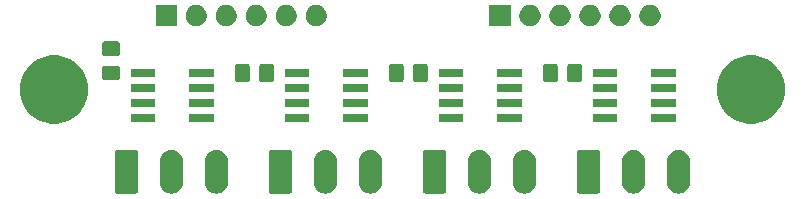
<source format=gbr>
G04 #@! TF.GenerationSoftware,KiCad,Pcbnew,(5.1.5)-3*
G04 #@! TF.CreationDate,2020-03-16T11:49:10-04:00*
G04 #@! TF.ProjectId,Step_Direction_Board,53746570-5f44-4697-9265-6374696f6e5f,rev?*
G04 #@! TF.SameCoordinates,PX7270e00PY78a3ca0*
G04 #@! TF.FileFunction,Soldermask,Bot*
G04 #@! TF.FilePolarity,Negative*
%FSLAX46Y46*%
G04 Gerber Fmt 4.6, Leading zero omitted, Abs format (unit mm)*
G04 Created by KiCad (PCBNEW (5.1.5)-3) date 2020-03-16 11:49:10*
%MOMM*%
%LPD*%
G04 APERTURE LIST*
%ADD10C,0.100000*%
G04 APERTURE END LIST*
D10*
G36*
X43017479Y5873893D02*
G01*
X43017482Y5873892D01*
X43017483Y5873892D01*
X43196747Y5819513D01*
X43196750Y5819511D01*
X43196751Y5819511D01*
X43361958Y5731207D01*
X43506767Y5612365D01*
X43625609Y5467556D01*
X43713913Y5302350D01*
X43713915Y5302346D01*
X43713915Y5302345D01*
X43768295Y5123078D01*
X43782055Y4983371D01*
X43782055Y3089935D01*
X43768295Y2950228D01*
X43768294Y2950225D01*
X43768294Y2950224D01*
X43713915Y2770960D01*
X43713913Y2770957D01*
X43713913Y2770956D01*
X43625609Y2605750D01*
X43506767Y2460941D01*
X43361958Y2342099D01*
X43214480Y2263271D01*
X43196748Y2253793D01*
X43017484Y2199414D01*
X43017483Y2199414D01*
X43017480Y2199413D01*
X42831055Y2181052D01*
X42644631Y2199413D01*
X42644628Y2199414D01*
X42644627Y2199414D01*
X42465363Y2253793D01*
X42447631Y2263271D01*
X42300153Y2342099D01*
X42155344Y2460941D01*
X42036502Y2605750D01*
X41948198Y2770956D01*
X41948198Y2770957D01*
X41948196Y2770960D01*
X41893817Y2950224D01*
X41893817Y2950225D01*
X41893816Y2950228D01*
X41880055Y3089936D01*
X41880055Y4983370D01*
X41893815Y5123077D01*
X41893816Y5123081D01*
X41948195Y5302345D01*
X41948198Y5302350D01*
X42036501Y5467556D01*
X42155343Y5612365D01*
X42300152Y5731207D01*
X42465358Y5819511D01*
X42465359Y5819511D01*
X42465362Y5819513D01*
X42644626Y5873892D01*
X42644627Y5873892D01*
X42644630Y5873893D01*
X42831055Y5892254D01*
X43017479Y5873893D01*
G37*
G36*
X16937479Y5873893D02*
G01*
X16937482Y5873892D01*
X16937483Y5873892D01*
X17116747Y5819513D01*
X17116750Y5819511D01*
X17116751Y5819511D01*
X17281958Y5731207D01*
X17426767Y5612365D01*
X17545609Y5467556D01*
X17633913Y5302350D01*
X17633915Y5302346D01*
X17633915Y5302345D01*
X17688295Y5123078D01*
X17702055Y4983371D01*
X17702055Y3089935D01*
X17688295Y2950228D01*
X17688294Y2950225D01*
X17688294Y2950224D01*
X17633915Y2770960D01*
X17633913Y2770957D01*
X17633913Y2770956D01*
X17545609Y2605750D01*
X17426767Y2460941D01*
X17281958Y2342099D01*
X17134480Y2263271D01*
X17116748Y2253793D01*
X16937484Y2199414D01*
X16937483Y2199414D01*
X16937480Y2199413D01*
X16751055Y2181052D01*
X16564631Y2199413D01*
X16564628Y2199414D01*
X16564627Y2199414D01*
X16385363Y2253793D01*
X16367631Y2263271D01*
X16220153Y2342099D01*
X16075344Y2460941D01*
X15956502Y2605750D01*
X15868198Y2770956D01*
X15868198Y2770957D01*
X15868196Y2770960D01*
X15813817Y2950224D01*
X15813817Y2950225D01*
X15813816Y2950228D01*
X15800055Y3089936D01*
X15800055Y4983370D01*
X15813815Y5123077D01*
X15813816Y5123081D01*
X15868195Y5302345D01*
X15868198Y5302350D01*
X15956501Y5467556D01*
X16075343Y5612365D01*
X16220152Y5731207D01*
X16385358Y5819511D01*
X16385359Y5819511D01*
X16385362Y5819513D01*
X16564626Y5873892D01*
X16564627Y5873892D01*
X16564630Y5873893D01*
X16751055Y5892254D01*
X16937479Y5873893D01*
G37*
G36*
X13127479Y5873893D02*
G01*
X13127482Y5873892D01*
X13127483Y5873892D01*
X13306747Y5819513D01*
X13306750Y5819511D01*
X13306751Y5819511D01*
X13471958Y5731207D01*
X13616767Y5612365D01*
X13735609Y5467556D01*
X13823913Y5302350D01*
X13823915Y5302346D01*
X13823915Y5302345D01*
X13878295Y5123078D01*
X13892055Y4983371D01*
X13892055Y3089935D01*
X13878295Y2950228D01*
X13878294Y2950225D01*
X13878294Y2950224D01*
X13823915Y2770960D01*
X13823913Y2770957D01*
X13823913Y2770956D01*
X13735609Y2605750D01*
X13616767Y2460941D01*
X13471958Y2342099D01*
X13324480Y2263271D01*
X13306748Y2253793D01*
X13127484Y2199414D01*
X13127483Y2199414D01*
X13127480Y2199413D01*
X12941055Y2181052D01*
X12754631Y2199413D01*
X12754628Y2199414D01*
X12754627Y2199414D01*
X12575363Y2253793D01*
X12557631Y2263271D01*
X12410153Y2342099D01*
X12265344Y2460941D01*
X12146502Y2605750D01*
X12058198Y2770956D01*
X12058198Y2770957D01*
X12058196Y2770960D01*
X12003817Y2950224D01*
X12003817Y2950225D01*
X12003816Y2950228D01*
X11990055Y3089936D01*
X11990055Y4983370D01*
X12003815Y5123077D01*
X12003816Y5123081D01*
X12058195Y5302345D01*
X12058198Y5302350D01*
X12146501Y5467556D01*
X12265343Y5612365D01*
X12410152Y5731207D01*
X12575358Y5819511D01*
X12575359Y5819511D01*
X12575362Y5819513D01*
X12754626Y5873892D01*
X12754627Y5873892D01*
X12754630Y5873893D01*
X12941055Y5892254D01*
X13127479Y5873893D01*
G37*
G36*
X26167479Y5873893D02*
G01*
X26167482Y5873892D01*
X26167483Y5873892D01*
X26346747Y5819513D01*
X26346750Y5819511D01*
X26346751Y5819511D01*
X26511958Y5731207D01*
X26656767Y5612365D01*
X26775609Y5467556D01*
X26863913Y5302350D01*
X26863915Y5302346D01*
X26863915Y5302345D01*
X26918295Y5123078D01*
X26932055Y4983371D01*
X26932055Y3089935D01*
X26918295Y2950228D01*
X26918294Y2950225D01*
X26918294Y2950224D01*
X26863915Y2770960D01*
X26863913Y2770957D01*
X26863913Y2770956D01*
X26775609Y2605750D01*
X26656767Y2460941D01*
X26511958Y2342099D01*
X26364480Y2263271D01*
X26346748Y2253793D01*
X26167484Y2199414D01*
X26167483Y2199414D01*
X26167480Y2199413D01*
X25981055Y2181052D01*
X25794631Y2199413D01*
X25794628Y2199414D01*
X25794627Y2199414D01*
X25615363Y2253793D01*
X25597631Y2263271D01*
X25450153Y2342099D01*
X25305344Y2460941D01*
X25186502Y2605750D01*
X25098198Y2770956D01*
X25098198Y2770957D01*
X25098196Y2770960D01*
X25043817Y2950224D01*
X25043817Y2950225D01*
X25043816Y2950228D01*
X25030055Y3089936D01*
X25030055Y4983370D01*
X25043815Y5123077D01*
X25043816Y5123081D01*
X25098195Y5302345D01*
X25098198Y5302350D01*
X25186501Y5467556D01*
X25305343Y5612365D01*
X25450152Y5731207D01*
X25615358Y5819511D01*
X25615359Y5819511D01*
X25615362Y5819513D01*
X25794626Y5873892D01*
X25794627Y5873892D01*
X25794630Y5873893D01*
X25981055Y5892254D01*
X26167479Y5873893D01*
G37*
G36*
X29977479Y5873893D02*
G01*
X29977482Y5873892D01*
X29977483Y5873892D01*
X30156747Y5819513D01*
X30156750Y5819511D01*
X30156751Y5819511D01*
X30321958Y5731207D01*
X30466767Y5612365D01*
X30585609Y5467556D01*
X30673913Y5302350D01*
X30673915Y5302346D01*
X30673915Y5302345D01*
X30728295Y5123078D01*
X30742055Y4983371D01*
X30742055Y3089935D01*
X30728295Y2950228D01*
X30728294Y2950225D01*
X30728294Y2950224D01*
X30673915Y2770960D01*
X30673913Y2770957D01*
X30673913Y2770956D01*
X30585609Y2605750D01*
X30466767Y2460941D01*
X30321958Y2342099D01*
X30174480Y2263271D01*
X30156748Y2253793D01*
X29977484Y2199414D01*
X29977483Y2199414D01*
X29977480Y2199413D01*
X29791055Y2181052D01*
X29604631Y2199413D01*
X29604628Y2199414D01*
X29604627Y2199414D01*
X29425363Y2253793D01*
X29407631Y2263271D01*
X29260153Y2342099D01*
X29115344Y2460941D01*
X28996502Y2605750D01*
X28908198Y2770956D01*
X28908198Y2770957D01*
X28908196Y2770960D01*
X28853817Y2950224D01*
X28853817Y2950225D01*
X28853816Y2950228D01*
X28840055Y3089936D01*
X28840055Y4983370D01*
X28853815Y5123077D01*
X28853816Y5123081D01*
X28908195Y5302345D01*
X28908198Y5302350D01*
X28996501Y5467556D01*
X29115343Y5612365D01*
X29260152Y5731207D01*
X29425358Y5819511D01*
X29425359Y5819511D01*
X29425362Y5819513D01*
X29604626Y5873892D01*
X29604627Y5873892D01*
X29604630Y5873893D01*
X29791055Y5892254D01*
X29977479Y5873893D01*
G37*
G36*
X56057479Y5873893D02*
G01*
X56057482Y5873892D01*
X56057483Y5873892D01*
X56236747Y5819513D01*
X56236750Y5819511D01*
X56236751Y5819511D01*
X56401958Y5731207D01*
X56546767Y5612365D01*
X56665609Y5467556D01*
X56753913Y5302350D01*
X56753915Y5302346D01*
X56753915Y5302345D01*
X56808295Y5123078D01*
X56822055Y4983371D01*
X56822055Y3089935D01*
X56808295Y2950228D01*
X56808294Y2950225D01*
X56808294Y2950224D01*
X56753915Y2770960D01*
X56753913Y2770957D01*
X56753913Y2770956D01*
X56665609Y2605750D01*
X56546767Y2460941D01*
X56401958Y2342099D01*
X56254480Y2263271D01*
X56236748Y2253793D01*
X56057484Y2199414D01*
X56057483Y2199414D01*
X56057480Y2199413D01*
X55871055Y2181052D01*
X55684631Y2199413D01*
X55684628Y2199414D01*
X55684627Y2199414D01*
X55505363Y2253793D01*
X55487631Y2263271D01*
X55340153Y2342099D01*
X55195344Y2460941D01*
X55076502Y2605750D01*
X54988198Y2770956D01*
X54988198Y2770957D01*
X54988196Y2770960D01*
X54933817Y2950224D01*
X54933817Y2950225D01*
X54933816Y2950228D01*
X54920055Y3089936D01*
X54920055Y4983370D01*
X54933815Y5123077D01*
X54933816Y5123081D01*
X54988195Y5302345D01*
X54988198Y5302350D01*
X55076501Y5467556D01*
X55195343Y5612365D01*
X55340152Y5731207D01*
X55505358Y5819511D01*
X55505359Y5819511D01*
X55505362Y5819513D01*
X55684626Y5873892D01*
X55684627Y5873892D01*
X55684630Y5873893D01*
X55871055Y5892254D01*
X56057479Y5873893D01*
G37*
G36*
X39207479Y5873893D02*
G01*
X39207482Y5873892D01*
X39207483Y5873892D01*
X39386747Y5819513D01*
X39386750Y5819511D01*
X39386751Y5819511D01*
X39551958Y5731207D01*
X39696767Y5612365D01*
X39815609Y5467556D01*
X39903913Y5302350D01*
X39903915Y5302346D01*
X39903915Y5302345D01*
X39958295Y5123078D01*
X39972055Y4983371D01*
X39972055Y3089935D01*
X39958295Y2950228D01*
X39958294Y2950225D01*
X39958294Y2950224D01*
X39903915Y2770960D01*
X39903913Y2770957D01*
X39903913Y2770956D01*
X39815609Y2605750D01*
X39696767Y2460941D01*
X39551958Y2342099D01*
X39404480Y2263271D01*
X39386748Y2253793D01*
X39207484Y2199414D01*
X39207483Y2199414D01*
X39207480Y2199413D01*
X39021055Y2181052D01*
X38834631Y2199413D01*
X38834628Y2199414D01*
X38834627Y2199414D01*
X38655363Y2253793D01*
X38637631Y2263271D01*
X38490153Y2342099D01*
X38345344Y2460941D01*
X38226502Y2605750D01*
X38138198Y2770956D01*
X38138198Y2770957D01*
X38138196Y2770960D01*
X38083817Y2950224D01*
X38083817Y2950225D01*
X38083816Y2950228D01*
X38070055Y3089936D01*
X38070055Y4983370D01*
X38083815Y5123077D01*
X38083816Y5123081D01*
X38138195Y5302345D01*
X38138198Y5302350D01*
X38226501Y5467556D01*
X38345343Y5612365D01*
X38490152Y5731207D01*
X38655358Y5819511D01*
X38655359Y5819511D01*
X38655362Y5819513D01*
X38834626Y5873892D01*
X38834627Y5873892D01*
X38834630Y5873893D01*
X39021055Y5892254D01*
X39207479Y5873893D01*
G37*
G36*
X52247479Y5873893D02*
G01*
X52247482Y5873892D01*
X52247483Y5873892D01*
X52426747Y5819513D01*
X52426750Y5819511D01*
X52426751Y5819511D01*
X52591958Y5731207D01*
X52736767Y5612365D01*
X52855609Y5467556D01*
X52943913Y5302350D01*
X52943915Y5302346D01*
X52943915Y5302345D01*
X52998295Y5123078D01*
X53012055Y4983371D01*
X53012055Y3089935D01*
X52998295Y2950228D01*
X52998294Y2950225D01*
X52998294Y2950224D01*
X52943915Y2770960D01*
X52943913Y2770957D01*
X52943913Y2770956D01*
X52855609Y2605750D01*
X52736767Y2460941D01*
X52591958Y2342099D01*
X52444480Y2263271D01*
X52426748Y2253793D01*
X52247484Y2199414D01*
X52247483Y2199414D01*
X52247480Y2199413D01*
X52061055Y2181052D01*
X51874631Y2199413D01*
X51874628Y2199414D01*
X51874627Y2199414D01*
X51695363Y2253793D01*
X51677631Y2263271D01*
X51530153Y2342099D01*
X51385344Y2460941D01*
X51266502Y2605750D01*
X51178198Y2770956D01*
X51178198Y2770957D01*
X51178196Y2770960D01*
X51123817Y2950224D01*
X51123817Y2950225D01*
X51123816Y2950228D01*
X51110055Y3089936D01*
X51110055Y4983370D01*
X51123815Y5123077D01*
X51123816Y5123081D01*
X51178195Y5302345D01*
X51178198Y5302350D01*
X51266501Y5467556D01*
X51385343Y5612365D01*
X51530152Y5731207D01*
X51695358Y5819511D01*
X51695359Y5819511D01*
X51695362Y5819513D01*
X51874626Y5873892D01*
X51874627Y5873892D01*
X51874630Y5873893D01*
X52061055Y5892254D01*
X52247479Y5873893D01*
G37*
G36*
X22981970Y5883719D02*
G01*
X23014479Y5873858D01*
X23044437Y5857844D01*
X23070696Y5836294D01*
X23092246Y5810035D01*
X23108260Y5780077D01*
X23118121Y5747568D01*
X23122055Y5707624D01*
X23122055Y2365682D01*
X23118121Y2325738D01*
X23108260Y2293229D01*
X23092246Y2263271D01*
X23070696Y2237012D01*
X23044437Y2215462D01*
X23014479Y2199448D01*
X22981970Y2189587D01*
X22942026Y2185653D01*
X21400084Y2185653D01*
X21360140Y2189587D01*
X21327631Y2199448D01*
X21297673Y2215462D01*
X21271414Y2237012D01*
X21249864Y2263271D01*
X21233850Y2293229D01*
X21223989Y2325738D01*
X21220055Y2365682D01*
X21220055Y5707624D01*
X21223989Y5747568D01*
X21233850Y5780077D01*
X21249864Y5810035D01*
X21271414Y5836294D01*
X21297673Y5857844D01*
X21327631Y5873858D01*
X21360140Y5883719D01*
X21400084Y5887653D01*
X22942026Y5887653D01*
X22981970Y5883719D01*
G37*
G36*
X9941970Y5883719D02*
G01*
X9974479Y5873858D01*
X10004437Y5857844D01*
X10030696Y5836294D01*
X10052246Y5810035D01*
X10068260Y5780077D01*
X10078121Y5747568D01*
X10082055Y5707624D01*
X10082055Y2365682D01*
X10078121Y2325738D01*
X10068260Y2293229D01*
X10052246Y2263271D01*
X10030696Y2237012D01*
X10004437Y2215462D01*
X9974479Y2199448D01*
X9941970Y2189587D01*
X9902026Y2185653D01*
X8360084Y2185653D01*
X8320140Y2189587D01*
X8287631Y2199448D01*
X8257673Y2215462D01*
X8231414Y2237012D01*
X8209864Y2263271D01*
X8193850Y2293229D01*
X8183989Y2325738D01*
X8180055Y2365682D01*
X8180055Y5707624D01*
X8183989Y5747568D01*
X8193850Y5780077D01*
X8209864Y5810035D01*
X8231414Y5836294D01*
X8257673Y5857844D01*
X8287631Y5873858D01*
X8320140Y5883719D01*
X8360084Y5887653D01*
X9902026Y5887653D01*
X9941970Y5883719D01*
G37*
G36*
X36021970Y5883719D02*
G01*
X36054479Y5873858D01*
X36084437Y5857844D01*
X36110696Y5836294D01*
X36132246Y5810035D01*
X36148260Y5780077D01*
X36158121Y5747568D01*
X36162055Y5707624D01*
X36162055Y2365682D01*
X36158121Y2325738D01*
X36148260Y2293229D01*
X36132246Y2263271D01*
X36110696Y2237012D01*
X36084437Y2215462D01*
X36054479Y2199448D01*
X36021970Y2189587D01*
X35982026Y2185653D01*
X34440084Y2185653D01*
X34400140Y2189587D01*
X34367631Y2199448D01*
X34337673Y2215462D01*
X34311414Y2237012D01*
X34289864Y2263271D01*
X34273850Y2293229D01*
X34263989Y2325738D01*
X34260055Y2365682D01*
X34260055Y5707624D01*
X34263989Y5747568D01*
X34273850Y5780077D01*
X34289864Y5810035D01*
X34311414Y5836294D01*
X34337673Y5857844D01*
X34367631Y5873858D01*
X34400140Y5883719D01*
X34440084Y5887653D01*
X35982026Y5887653D01*
X36021970Y5883719D01*
G37*
G36*
X49061970Y5883719D02*
G01*
X49094479Y5873858D01*
X49124437Y5857844D01*
X49150696Y5836294D01*
X49172246Y5810035D01*
X49188260Y5780077D01*
X49198121Y5747568D01*
X49202055Y5707624D01*
X49202055Y2365682D01*
X49198121Y2325738D01*
X49188260Y2293229D01*
X49172246Y2263271D01*
X49150696Y2237012D01*
X49124437Y2215462D01*
X49094479Y2199448D01*
X49061970Y2189587D01*
X49022026Y2185653D01*
X47480084Y2185653D01*
X47440140Y2189587D01*
X47407631Y2199448D01*
X47377673Y2215462D01*
X47351414Y2237012D01*
X47329864Y2263271D01*
X47313850Y2293229D01*
X47303989Y2325738D01*
X47300055Y2365682D01*
X47300055Y5707624D01*
X47303989Y5747568D01*
X47313850Y5780077D01*
X47329864Y5810035D01*
X47351414Y5836294D01*
X47377673Y5857844D01*
X47407631Y5873858D01*
X47440140Y5883719D01*
X47480084Y5887653D01*
X49022026Y5887653D01*
X49061970Y5883719D01*
G37*
G36*
X62846189Y13789517D02*
G01*
X62846192Y13789516D01*
X62846191Y13789516D01*
X63374139Y13570833D01*
X63849280Y13253354D01*
X64253354Y12849280D01*
X64329446Y12735400D01*
X64570834Y12374137D01*
X64789517Y11846189D01*
X64901000Y11285725D01*
X64901000Y10714275D01*
X64789517Y10153811D01*
X64789516Y10153809D01*
X64570833Y9625861D01*
X64253354Y9150720D01*
X63849280Y8746646D01*
X63374139Y8429167D01*
X63374138Y8429166D01*
X63374137Y8429166D01*
X62846189Y8210483D01*
X62285725Y8099000D01*
X61714275Y8099000D01*
X61153811Y8210483D01*
X60625863Y8429166D01*
X60625862Y8429166D01*
X60625861Y8429167D01*
X60150720Y8746646D01*
X59746646Y9150720D01*
X59429167Y9625861D01*
X59210484Y10153809D01*
X59210483Y10153811D01*
X59099000Y10714275D01*
X59099000Y11285725D01*
X59210483Y11846189D01*
X59429166Y12374137D01*
X59670554Y12735400D01*
X59746646Y12849280D01*
X60150720Y13253354D01*
X60625861Y13570833D01*
X61153809Y13789516D01*
X61153808Y13789516D01*
X61153811Y13789517D01*
X61714275Y13901000D01*
X62285725Y13901000D01*
X62846189Y13789517D01*
G37*
G36*
X3846189Y13789517D02*
G01*
X3846192Y13789516D01*
X3846191Y13789516D01*
X4374139Y13570833D01*
X4849280Y13253354D01*
X5253354Y12849280D01*
X5329446Y12735400D01*
X5570834Y12374137D01*
X5789517Y11846189D01*
X5901000Y11285725D01*
X5901000Y10714275D01*
X5789517Y10153811D01*
X5789516Y10153809D01*
X5570833Y9625861D01*
X5253354Y9150720D01*
X4849280Y8746646D01*
X4374139Y8429167D01*
X4374138Y8429166D01*
X4374137Y8429166D01*
X3846189Y8210483D01*
X3285725Y8099000D01*
X2714275Y8099000D01*
X2153811Y8210483D01*
X1625863Y8429166D01*
X1625862Y8429166D01*
X1625861Y8429167D01*
X1150720Y8746646D01*
X746646Y9150720D01*
X429167Y9625861D01*
X210484Y10153809D01*
X210483Y10153811D01*
X99000Y10714275D01*
X99000Y11285725D01*
X210483Y11846189D01*
X429166Y12374137D01*
X670554Y12735400D01*
X746646Y12849280D01*
X1150720Y13253354D01*
X1625861Y13570833D01*
X2153809Y13789516D01*
X2153808Y13789516D01*
X2153811Y13789517D01*
X2714275Y13901000D01*
X3285725Y13901000D01*
X3846189Y13789517D01*
G37*
G36*
X24617800Y8264600D02*
G01*
X22534600Y8264600D01*
X22534600Y8925400D01*
X24617800Y8925400D01*
X24617800Y8264600D01*
G37*
G36*
X50697800Y8264600D02*
G01*
X48614600Y8264600D01*
X48614600Y8925400D01*
X50697800Y8925400D01*
X50697800Y8264600D01*
G37*
G36*
X29545400Y8264600D02*
G01*
X27462200Y8264600D01*
X27462200Y8925400D01*
X29545400Y8925400D01*
X29545400Y8264600D01*
G37*
G36*
X16505400Y8264600D02*
G01*
X14422200Y8264600D01*
X14422200Y8925400D01*
X16505400Y8925400D01*
X16505400Y8264600D01*
G37*
G36*
X11577800Y8264600D02*
G01*
X9494600Y8264600D01*
X9494600Y8925400D01*
X11577800Y8925400D01*
X11577800Y8264600D01*
G37*
G36*
X42585400Y8264600D02*
G01*
X40502200Y8264600D01*
X40502200Y8925400D01*
X42585400Y8925400D01*
X42585400Y8264600D01*
G37*
G36*
X37657800Y8264600D02*
G01*
X35574600Y8264600D01*
X35574600Y8925400D01*
X37657800Y8925400D01*
X37657800Y8264600D01*
G37*
G36*
X55625400Y8264600D02*
G01*
X53542200Y8264600D01*
X53542200Y8925400D01*
X55625400Y8925400D01*
X55625400Y8264600D01*
G37*
G36*
X37657800Y9534600D02*
G01*
X35574600Y9534600D01*
X35574600Y10195400D01*
X37657800Y10195400D01*
X37657800Y9534600D01*
G37*
G36*
X16505400Y9534600D02*
G01*
X14422200Y9534600D01*
X14422200Y10195400D01*
X16505400Y10195400D01*
X16505400Y9534600D01*
G37*
G36*
X42585400Y9534600D02*
G01*
X40502200Y9534600D01*
X40502200Y10195400D01*
X42585400Y10195400D01*
X42585400Y9534600D01*
G37*
G36*
X50697800Y9534600D02*
G01*
X48614600Y9534600D01*
X48614600Y10195400D01*
X50697800Y10195400D01*
X50697800Y9534600D01*
G37*
G36*
X55625400Y9534600D02*
G01*
X53542200Y9534600D01*
X53542200Y10195400D01*
X55625400Y10195400D01*
X55625400Y9534600D01*
G37*
G36*
X11577800Y9534600D02*
G01*
X9494600Y9534600D01*
X9494600Y10195400D01*
X11577800Y10195400D01*
X11577800Y9534600D01*
G37*
G36*
X29545400Y9534600D02*
G01*
X27462200Y9534600D01*
X27462200Y10195400D01*
X29545400Y10195400D01*
X29545400Y9534600D01*
G37*
G36*
X24617800Y9534600D02*
G01*
X22534600Y9534600D01*
X22534600Y10195400D01*
X24617800Y10195400D01*
X24617800Y9534600D01*
G37*
G36*
X29545400Y10804600D02*
G01*
X27462200Y10804600D01*
X27462200Y11465400D01*
X29545400Y11465400D01*
X29545400Y10804600D01*
G37*
G36*
X16505400Y10804600D02*
G01*
X14422200Y10804600D01*
X14422200Y11465400D01*
X16505400Y11465400D01*
X16505400Y10804600D01*
G37*
G36*
X24617800Y10804600D02*
G01*
X22534600Y10804600D01*
X22534600Y11465400D01*
X24617800Y11465400D01*
X24617800Y10804600D01*
G37*
G36*
X11577800Y10804600D02*
G01*
X9494600Y10804600D01*
X9494600Y11465400D01*
X11577800Y11465400D01*
X11577800Y10804600D01*
G37*
G36*
X37657800Y10804600D02*
G01*
X35574600Y10804600D01*
X35574600Y11465400D01*
X37657800Y11465400D01*
X37657800Y10804600D01*
G37*
G36*
X42585400Y10804600D02*
G01*
X40502200Y10804600D01*
X40502200Y11465400D01*
X42585400Y11465400D01*
X42585400Y10804600D01*
G37*
G36*
X50697800Y10804600D02*
G01*
X48614600Y10804600D01*
X48614600Y11465400D01*
X50697800Y11465400D01*
X50697800Y10804600D01*
G37*
G36*
X55625400Y10804600D02*
G01*
X53542200Y10804600D01*
X53542200Y11465400D01*
X55625400Y11465400D01*
X55625400Y10804600D01*
G37*
G36*
X32438674Y13146535D02*
G01*
X32476367Y13135101D01*
X32511103Y13116534D01*
X32541548Y13091548D01*
X32566534Y13061103D01*
X32585101Y13026367D01*
X32596535Y12988674D01*
X32601000Y12943339D01*
X32601000Y11856661D01*
X32596535Y11811326D01*
X32585101Y11773633D01*
X32566534Y11738897D01*
X32541548Y11708452D01*
X32511103Y11683466D01*
X32476367Y11664899D01*
X32438674Y11653465D01*
X32393339Y11649000D01*
X31556661Y11649000D01*
X31511326Y11653465D01*
X31473633Y11664899D01*
X31438897Y11683466D01*
X31408452Y11708452D01*
X31383466Y11738897D01*
X31364899Y11773633D01*
X31353465Y11811326D01*
X31349000Y11856661D01*
X31349000Y12943339D01*
X31353465Y12988674D01*
X31364899Y13026367D01*
X31383466Y13061103D01*
X31408452Y13091548D01*
X31438897Y13116534D01*
X31473633Y13135101D01*
X31511326Y13146535D01*
X31556661Y13151000D01*
X32393339Y13151000D01*
X32438674Y13146535D01*
G37*
G36*
X21463674Y13146535D02*
G01*
X21501367Y13135101D01*
X21536103Y13116534D01*
X21566548Y13091548D01*
X21591534Y13061103D01*
X21610101Y13026367D01*
X21621535Y12988674D01*
X21626000Y12943339D01*
X21626000Y11856661D01*
X21621535Y11811326D01*
X21610101Y11773633D01*
X21591534Y11738897D01*
X21566548Y11708452D01*
X21536103Y11683466D01*
X21501367Y11664899D01*
X21463674Y11653465D01*
X21418339Y11649000D01*
X20581661Y11649000D01*
X20536326Y11653465D01*
X20498633Y11664899D01*
X20463897Y11683466D01*
X20433452Y11708452D01*
X20408466Y11738897D01*
X20389899Y11773633D01*
X20378465Y11811326D01*
X20374000Y11856661D01*
X20374000Y12943339D01*
X20378465Y12988674D01*
X20389899Y13026367D01*
X20408466Y13061103D01*
X20433452Y13091548D01*
X20463897Y13116534D01*
X20498633Y13135101D01*
X20536326Y13146535D01*
X20581661Y13151000D01*
X21418339Y13151000D01*
X21463674Y13146535D01*
G37*
G36*
X19413674Y13146535D02*
G01*
X19451367Y13135101D01*
X19486103Y13116534D01*
X19516548Y13091548D01*
X19541534Y13061103D01*
X19560101Y13026367D01*
X19571535Y12988674D01*
X19576000Y12943339D01*
X19576000Y11856661D01*
X19571535Y11811326D01*
X19560101Y11773633D01*
X19541534Y11738897D01*
X19516548Y11708452D01*
X19486103Y11683466D01*
X19451367Y11664899D01*
X19413674Y11653465D01*
X19368339Y11649000D01*
X18531661Y11649000D01*
X18486326Y11653465D01*
X18448633Y11664899D01*
X18413897Y11683466D01*
X18383452Y11708452D01*
X18358466Y11738897D01*
X18339899Y11773633D01*
X18328465Y11811326D01*
X18324000Y11856661D01*
X18324000Y12943339D01*
X18328465Y12988674D01*
X18339899Y13026367D01*
X18358466Y13061103D01*
X18383452Y13091548D01*
X18413897Y13116534D01*
X18448633Y13135101D01*
X18486326Y13146535D01*
X18531661Y13151000D01*
X19368339Y13151000D01*
X19413674Y13146535D01*
G37*
G36*
X45488674Y13146535D02*
G01*
X45526367Y13135101D01*
X45561103Y13116534D01*
X45591548Y13091548D01*
X45616534Y13061103D01*
X45635101Y13026367D01*
X45646535Y12988674D01*
X45651000Y12943339D01*
X45651000Y11856661D01*
X45646535Y11811326D01*
X45635101Y11773633D01*
X45616534Y11738897D01*
X45591548Y11708452D01*
X45561103Y11683466D01*
X45526367Y11664899D01*
X45488674Y11653465D01*
X45443339Y11649000D01*
X44606661Y11649000D01*
X44561326Y11653465D01*
X44523633Y11664899D01*
X44488897Y11683466D01*
X44458452Y11708452D01*
X44433466Y11738897D01*
X44414899Y11773633D01*
X44403465Y11811326D01*
X44399000Y11856661D01*
X44399000Y12943339D01*
X44403465Y12988674D01*
X44414899Y13026367D01*
X44433466Y13061103D01*
X44458452Y13091548D01*
X44488897Y13116534D01*
X44523633Y13135101D01*
X44561326Y13146535D01*
X44606661Y13151000D01*
X45443339Y13151000D01*
X45488674Y13146535D01*
G37*
G36*
X47538674Y13146535D02*
G01*
X47576367Y13135101D01*
X47611103Y13116534D01*
X47641548Y13091548D01*
X47666534Y13061103D01*
X47685101Y13026367D01*
X47696535Y12988674D01*
X47701000Y12943339D01*
X47701000Y11856661D01*
X47696535Y11811326D01*
X47685101Y11773633D01*
X47666534Y11738897D01*
X47641548Y11708452D01*
X47611103Y11683466D01*
X47576367Y11664899D01*
X47538674Y11653465D01*
X47493339Y11649000D01*
X46656661Y11649000D01*
X46611326Y11653465D01*
X46573633Y11664899D01*
X46538897Y11683466D01*
X46508452Y11708452D01*
X46483466Y11738897D01*
X46464899Y11773633D01*
X46453465Y11811326D01*
X46449000Y11856661D01*
X46449000Y12943339D01*
X46453465Y12988674D01*
X46464899Y13026367D01*
X46483466Y13061103D01*
X46508452Y13091548D01*
X46538897Y13116534D01*
X46573633Y13135101D01*
X46611326Y13146535D01*
X46656661Y13151000D01*
X47493339Y13151000D01*
X47538674Y13146535D01*
G37*
G36*
X34488674Y13146535D02*
G01*
X34526367Y13135101D01*
X34561103Y13116534D01*
X34591548Y13091548D01*
X34616534Y13061103D01*
X34635101Y13026367D01*
X34646535Y12988674D01*
X34651000Y12943339D01*
X34651000Y11856661D01*
X34646535Y11811326D01*
X34635101Y11773633D01*
X34616534Y11738897D01*
X34591548Y11708452D01*
X34561103Y11683466D01*
X34526367Y11664899D01*
X34488674Y11653465D01*
X34443339Y11649000D01*
X33606661Y11649000D01*
X33561326Y11653465D01*
X33523633Y11664899D01*
X33488897Y11683466D01*
X33458452Y11708452D01*
X33433466Y11738897D01*
X33414899Y11773633D01*
X33403465Y11811326D01*
X33399000Y11856661D01*
X33399000Y12943339D01*
X33403465Y12988674D01*
X33414899Y13026367D01*
X33433466Y13061103D01*
X33458452Y13091548D01*
X33488897Y13116534D01*
X33523633Y13135101D01*
X33561326Y13146535D01*
X33606661Y13151000D01*
X34443339Y13151000D01*
X34488674Y13146535D01*
G37*
G36*
X8413674Y13021535D02*
G01*
X8451367Y13010101D01*
X8486103Y12991534D01*
X8516548Y12966548D01*
X8541534Y12936103D01*
X8560101Y12901367D01*
X8571535Y12863674D01*
X8576000Y12818339D01*
X8576000Y11981661D01*
X8571535Y11936326D01*
X8560101Y11898633D01*
X8541534Y11863897D01*
X8516548Y11833452D01*
X8486103Y11808466D01*
X8451367Y11789899D01*
X8413674Y11778465D01*
X8368339Y11774000D01*
X7281661Y11774000D01*
X7236326Y11778465D01*
X7198633Y11789899D01*
X7163897Y11808466D01*
X7133452Y11833452D01*
X7108466Y11863897D01*
X7089899Y11898633D01*
X7078465Y11936326D01*
X7074000Y11981661D01*
X7074000Y12818339D01*
X7078465Y12863674D01*
X7089899Y12901367D01*
X7108466Y12936103D01*
X7133452Y12966548D01*
X7163897Y12991534D01*
X7198633Y13010101D01*
X7236326Y13021535D01*
X7281661Y13026000D01*
X8368339Y13026000D01*
X8413674Y13021535D01*
G37*
G36*
X16505400Y12074600D02*
G01*
X14422200Y12074600D01*
X14422200Y12735400D01*
X16505400Y12735400D01*
X16505400Y12074600D01*
G37*
G36*
X42585400Y12074600D02*
G01*
X40502200Y12074600D01*
X40502200Y12735400D01*
X42585400Y12735400D01*
X42585400Y12074600D01*
G37*
G36*
X37657800Y12074600D02*
G01*
X35574600Y12074600D01*
X35574600Y12735400D01*
X37657800Y12735400D01*
X37657800Y12074600D01*
G37*
G36*
X29545400Y12074600D02*
G01*
X27462200Y12074600D01*
X27462200Y12735400D01*
X29545400Y12735400D01*
X29545400Y12074600D01*
G37*
G36*
X55625400Y12074600D02*
G01*
X53542200Y12074600D01*
X53542200Y12735400D01*
X55625400Y12735400D01*
X55625400Y12074600D01*
G37*
G36*
X11577800Y12074600D02*
G01*
X9494600Y12074600D01*
X9494600Y12735400D01*
X11577800Y12735400D01*
X11577800Y12074600D01*
G37*
G36*
X50697800Y12074600D02*
G01*
X48614600Y12074600D01*
X48614600Y12735400D01*
X50697800Y12735400D01*
X50697800Y12074600D01*
G37*
G36*
X24617800Y12074600D02*
G01*
X22534600Y12074600D01*
X22534600Y12735400D01*
X24617800Y12735400D01*
X24617800Y12074600D01*
G37*
G36*
X8413674Y15071535D02*
G01*
X8451367Y15060101D01*
X8486103Y15041534D01*
X8516548Y15016548D01*
X8541534Y14986103D01*
X8560101Y14951367D01*
X8571535Y14913674D01*
X8576000Y14868339D01*
X8576000Y14031661D01*
X8571535Y13986326D01*
X8560101Y13948633D01*
X8541534Y13913897D01*
X8516548Y13883452D01*
X8486103Y13858466D01*
X8451367Y13839899D01*
X8413674Y13828465D01*
X8368339Y13824000D01*
X7281661Y13824000D01*
X7236326Y13828465D01*
X7198633Y13839899D01*
X7163897Y13858466D01*
X7133452Y13883452D01*
X7108466Y13913897D01*
X7089899Y13948633D01*
X7078465Y13986326D01*
X7074000Y14031661D01*
X7074000Y14868339D01*
X7078465Y14913674D01*
X7089899Y14951367D01*
X7108466Y14986103D01*
X7133452Y15016548D01*
X7163897Y15041534D01*
X7198633Y15060101D01*
X7236326Y15071535D01*
X7281661Y15076000D01*
X8368339Y15076000D01*
X8413674Y15071535D01*
G37*
G36*
X45943512Y18146073D02*
G01*
X46092812Y18116376D01*
X46256784Y18048456D01*
X46404354Y17949853D01*
X46529853Y17824354D01*
X46628456Y17676784D01*
X46696376Y17512812D01*
X46731000Y17338741D01*
X46731000Y17161259D01*
X46696376Y16987188D01*
X46628456Y16823216D01*
X46529853Y16675646D01*
X46404354Y16550147D01*
X46256784Y16451544D01*
X46092812Y16383624D01*
X45943512Y16353927D01*
X45918742Y16349000D01*
X45741258Y16349000D01*
X45716488Y16353927D01*
X45567188Y16383624D01*
X45403216Y16451544D01*
X45255646Y16550147D01*
X45130147Y16675646D01*
X45031544Y16823216D01*
X44963624Y16987188D01*
X44929000Y17161259D01*
X44929000Y17338741D01*
X44963624Y17512812D01*
X45031544Y17676784D01*
X45130147Y17824354D01*
X45255646Y17949853D01*
X45403216Y18048456D01*
X45567188Y18116376D01*
X45716488Y18146073D01*
X45741258Y18151000D01*
X45918742Y18151000D01*
X45943512Y18146073D01*
G37*
G36*
X48483512Y18146073D02*
G01*
X48632812Y18116376D01*
X48796784Y18048456D01*
X48944354Y17949853D01*
X49069853Y17824354D01*
X49168456Y17676784D01*
X49236376Y17512812D01*
X49271000Y17338741D01*
X49271000Y17161259D01*
X49236376Y16987188D01*
X49168456Y16823216D01*
X49069853Y16675646D01*
X48944354Y16550147D01*
X48796784Y16451544D01*
X48632812Y16383624D01*
X48483512Y16353927D01*
X48458742Y16349000D01*
X48281258Y16349000D01*
X48256488Y16353927D01*
X48107188Y16383624D01*
X47943216Y16451544D01*
X47795646Y16550147D01*
X47670147Y16675646D01*
X47571544Y16823216D01*
X47503624Y16987188D01*
X47469000Y17161259D01*
X47469000Y17338741D01*
X47503624Y17512812D01*
X47571544Y17676784D01*
X47670147Y17824354D01*
X47795646Y17949853D01*
X47943216Y18048456D01*
X48107188Y18116376D01*
X48256488Y18146073D01*
X48281258Y18151000D01*
X48458742Y18151000D01*
X48483512Y18146073D01*
G37*
G36*
X51023512Y18146073D02*
G01*
X51172812Y18116376D01*
X51336784Y18048456D01*
X51484354Y17949853D01*
X51609853Y17824354D01*
X51708456Y17676784D01*
X51776376Y17512812D01*
X51811000Y17338741D01*
X51811000Y17161259D01*
X51776376Y16987188D01*
X51708456Y16823216D01*
X51609853Y16675646D01*
X51484354Y16550147D01*
X51336784Y16451544D01*
X51172812Y16383624D01*
X51023512Y16353927D01*
X50998742Y16349000D01*
X50821258Y16349000D01*
X50796488Y16353927D01*
X50647188Y16383624D01*
X50483216Y16451544D01*
X50335646Y16550147D01*
X50210147Y16675646D01*
X50111544Y16823216D01*
X50043624Y16987188D01*
X50009000Y17161259D01*
X50009000Y17338741D01*
X50043624Y17512812D01*
X50111544Y17676784D01*
X50210147Y17824354D01*
X50335646Y17949853D01*
X50483216Y18048456D01*
X50647188Y18116376D01*
X50796488Y18146073D01*
X50821258Y18151000D01*
X50998742Y18151000D01*
X51023512Y18146073D01*
G37*
G36*
X53563512Y18146073D02*
G01*
X53712812Y18116376D01*
X53876784Y18048456D01*
X54024354Y17949853D01*
X54149853Y17824354D01*
X54248456Y17676784D01*
X54316376Y17512812D01*
X54351000Y17338741D01*
X54351000Y17161259D01*
X54316376Y16987188D01*
X54248456Y16823216D01*
X54149853Y16675646D01*
X54024354Y16550147D01*
X53876784Y16451544D01*
X53712812Y16383624D01*
X53563512Y16353927D01*
X53538742Y16349000D01*
X53361258Y16349000D01*
X53336488Y16353927D01*
X53187188Y16383624D01*
X53023216Y16451544D01*
X52875646Y16550147D01*
X52750147Y16675646D01*
X52651544Y16823216D01*
X52583624Y16987188D01*
X52549000Y17161259D01*
X52549000Y17338741D01*
X52583624Y17512812D01*
X52651544Y17676784D01*
X52750147Y17824354D01*
X52875646Y17949853D01*
X53023216Y18048456D01*
X53187188Y18116376D01*
X53336488Y18146073D01*
X53361258Y18151000D01*
X53538742Y18151000D01*
X53563512Y18146073D01*
G37*
G36*
X41651000Y16349000D02*
G01*
X39849000Y16349000D01*
X39849000Y18151000D01*
X41651000Y18151000D01*
X41651000Y16349000D01*
G37*
G36*
X15153512Y18146073D02*
G01*
X15302812Y18116376D01*
X15466784Y18048456D01*
X15614354Y17949853D01*
X15739853Y17824354D01*
X15838456Y17676784D01*
X15906376Y17512812D01*
X15941000Y17338741D01*
X15941000Y17161259D01*
X15906376Y16987188D01*
X15838456Y16823216D01*
X15739853Y16675646D01*
X15614354Y16550147D01*
X15466784Y16451544D01*
X15302812Y16383624D01*
X15153512Y16353927D01*
X15128742Y16349000D01*
X14951258Y16349000D01*
X14926488Y16353927D01*
X14777188Y16383624D01*
X14613216Y16451544D01*
X14465646Y16550147D01*
X14340147Y16675646D01*
X14241544Y16823216D01*
X14173624Y16987188D01*
X14139000Y17161259D01*
X14139000Y17338741D01*
X14173624Y17512812D01*
X14241544Y17676784D01*
X14340147Y17824354D01*
X14465646Y17949853D01*
X14613216Y18048456D01*
X14777188Y18116376D01*
X14926488Y18146073D01*
X14951258Y18151000D01*
X15128742Y18151000D01*
X15153512Y18146073D01*
G37*
G36*
X13401000Y16349000D02*
G01*
X11599000Y16349000D01*
X11599000Y18151000D01*
X13401000Y18151000D01*
X13401000Y16349000D01*
G37*
G36*
X25313512Y18146073D02*
G01*
X25462812Y18116376D01*
X25626784Y18048456D01*
X25774354Y17949853D01*
X25899853Y17824354D01*
X25998456Y17676784D01*
X26066376Y17512812D01*
X26101000Y17338741D01*
X26101000Y17161259D01*
X26066376Y16987188D01*
X25998456Y16823216D01*
X25899853Y16675646D01*
X25774354Y16550147D01*
X25626784Y16451544D01*
X25462812Y16383624D01*
X25313512Y16353927D01*
X25288742Y16349000D01*
X25111258Y16349000D01*
X25086488Y16353927D01*
X24937188Y16383624D01*
X24773216Y16451544D01*
X24625646Y16550147D01*
X24500147Y16675646D01*
X24401544Y16823216D01*
X24333624Y16987188D01*
X24299000Y17161259D01*
X24299000Y17338741D01*
X24333624Y17512812D01*
X24401544Y17676784D01*
X24500147Y17824354D01*
X24625646Y17949853D01*
X24773216Y18048456D01*
X24937188Y18116376D01*
X25086488Y18146073D01*
X25111258Y18151000D01*
X25288742Y18151000D01*
X25313512Y18146073D01*
G37*
G36*
X22773512Y18146073D02*
G01*
X22922812Y18116376D01*
X23086784Y18048456D01*
X23234354Y17949853D01*
X23359853Y17824354D01*
X23458456Y17676784D01*
X23526376Y17512812D01*
X23561000Y17338741D01*
X23561000Y17161259D01*
X23526376Y16987188D01*
X23458456Y16823216D01*
X23359853Y16675646D01*
X23234354Y16550147D01*
X23086784Y16451544D01*
X22922812Y16383624D01*
X22773512Y16353927D01*
X22748742Y16349000D01*
X22571258Y16349000D01*
X22546488Y16353927D01*
X22397188Y16383624D01*
X22233216Y16451544D01*
X22085646Y16550147D01*
X21960147Y16675646D01*
X21861544Y16823216D01*
X21793624Y16987188D01*
X21759000Y17161259D01*
X21759000Y17338741D01*
X21793624Y17512812D01*
X21861544Y17676784D01*
X21960147Y17824354D01*
X22085646Y17949853D01*
X22233216Y18048456D01*
X22397188Y18116376D01*
X22546488Y18146073D01*
X22571258Y18151000D01*
X22748742Y18151000D01*
X22773512Y18146073D01*
G37*
G36*
X20233512Y18146073D02*
G01*
X20382812Y18116376D01*
X20546784Y18048456D01*
X20694354Y17949853D01*
X20819853Y17824354D01*
X20918456Y17676784D01*
X20986376Y17512812D01*
X21021000Y17338741D01*
X21021000Y17161259D01*
X20986376Y16987188D01*
X20918456Y16823216D01*
X20819853Y16675646D01*
X20694354Y16550147D01*
X20546784Y16451544D01*
X20382812Y16383624D01*
X20233512Y16353927D01*
X20208742Y16349000D01*
X20031258Y16349000D01*
X20006488Y16353927D01*
X19857188Y16383624D01*
X19693216Y16451544D01*
X19545646Y16550147D01*
X19420147Y16675646D01*
X19321544Y16823216D01*
X19253624Y16987188D01*
X19219000Y17161259D01*
X19219000Y17338741D01*
X19253624Y17512812D01*
X19321544Y17676784D01*
X19420147Y17824354D01*
X19545646Y17949853D01*
X19693216Y18048456D01*
X19857188Y18116376D01*
X20006488Y18146073D01*
X20031258Y18151000D01*
X20208742Y18151000D01*
X20233512Y18146073D01*
G37*
G36*
X43403512Y18146073D02*
G01*
X43552812Y18116376D01*
X43716784Y18048456D01*
X43864354Y17949853D01*
X43989853Y17824354D01*
X44088456Y17676784D01*
X44156376Y17512812D01*
X44191000Y17338741D01*
X44191000Y17161259D01*
X44156376Y16987188D01*
X44088456Y16823216D01*
X43989853Y16675646D01*
X43864354Y16550147D01*
X43716784Y16451544D01*
X43552812Y16383624D01*
X43403512Y16353927D01*
X43378742Y16349000D01*
X43201258Y16349000D01*
X43176488Y16353927D01*
X43027188Y16383624D01*
X42863216Y16451544D01*
X42715646Y16550147D01*
X42590147Y16675646D01*
X42491544Y16823216D01*
X42423624Y16987188D01*
X42389000Y17161259D01*
X42389000Y17338741D01*
X42423624Y17512812D01*
X42491544Y17676784D01*
X42590147Y17824354D01*
X42715646Y17949853D01*
X42863216Y18048456D01*
X43027188Y18116376D01*
X43176488Y18146073D01*
X43201258Y18151000D01*
X43378742Y18151000D01*
X43403512Y18146073D01*
G37*
G36*
X17693512Y18146073D02*
G01*
X17842812Y18116376D01*
X18006784Y18048456D01*
X18154354Y17949853D01*
X18279853Y17824354D01*
X18378456Y17676784D01*
X18446376Y17512812D01*
X18481000Y17338741D01*
X18481000Y17161259D01*
X18446376Y16987188D01*
X18378456Y16823216D01*
X18279853Y16675646D01*
X18154354Y16550147D01*
X18006784Y16451544D01*
X17842812Y16383624D01*
X17693512Y16353927D01*
X17668742Y16349000D01*
X17491258Y16349000D01*
X17466488Y16353927D01*
X17317188Y16383624D01*
X17153216Y16451544D01*
X17005646Y16550147D01*
X16880147Y16675646D01*
X16781544Y16823216D01*
X16713624Y16987188D01*
X16679000Y17161259D01*
X16679000Y17338741D01*
X16713624Y17512812D01*
X16781544Y17676784D01*
X16880147Y17824354D01*
X17005646Y17949853D01*
X17153216Y18048456D01*
X17317188Y18116376D01*
X17466488Y18146073D01*
X17491258Y18151000D01*
X17668742Y18151000D01*
X17693512Y18146073D01*
G37*
M02*

</source>
